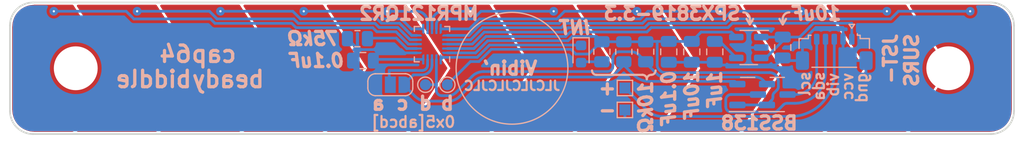
<source format=kicad_pcb>
(kicad_pcb (version 20211014) (generator pcbnew)
  (layers (0 "F.Cu" signal) (31 "B.Cu" signal) (34 "B.Paste" user) (35 "F.Paste" user) (36 "B.SilkS" user "B.Silkscreen") (37 "F.SilkS" user "F.Silkscreen") (38 "B.Mask" user) (39 "F.Mask" user) (44 "Edge.Cuts" user))
  (net 0 "")
  (net 1 "VCC")
  (net 2 "GND")
  (net 3 "Net-(C2-Pad1)")
  (net 4 "+3V3")
  (net 5 "Net-(C5-Pad1)")
  (net 6 "VIB")
  (net 7 "SDA")
  (net 8 "SCL")
  (net 9 "Net-(R1-Pad1)")
  (net 10 "Net-(TP1-Pad1)")
  (net 11 "Net-(TP2-Pad1)")
  (net 12 "Net-(TP3-Pad1)")
  (net 13 "Net-(TP4-Pad1)")
  (net 14 "Net-(TP5-Pad1)")
  (net 15 "Net-(TP6-Pad1)")
  (net 16 "Net-(TP7-Pad1)")
  (net 17 "Net-(TP8-Pad1)")
  (net 18 "Net-(TP9-Pad1)")
  (net 19 "Net-(TP10-Pad1)")
  (net 20 "Net-(TP11-Pad1)")
  (net 21 "Net-(TP12-Pad1)")
  (net 22 "Net-(D1-Pad1)")
  (net 23 "Net-(J1-Pad4)")
  (net 24 "Net-(JP1-Pad2)")
  (net 25 "Net-(D1-Pad2)")
  (net 26 "Net-(J1-Pad5)")
  (footprint "MountingHole:MountingHole_4mm" (layer "F.Cu") (at 119.8 45)
    (fp_text reference "H2" hide)
    (fp_text value "MagnetHole" hide)
    (pad "" np_thru_hole circle (at 0 0) (size 4 4) (drill 4.2) (layers F&B.Cu *.Mask))
  )
  (footprint "cap_pads:CAPPADS_7.6x11.6_Chevron_1" (layer "F.Cu") (at 38.2 45)
    (fp_text reference "TP1" hide)
    (fp_text value "TestPoint_Alt")
    (pad "1" smd custom (at 0 0) (size 0.8 0.8) (layers "F.Cu") (net 10 "Net-(TP1-Pad1)") (options (clearance outline) (anchor rect)) (primitives (gr_poly (pts (xy -1.8 -5.7) (xy 1.7 -5.7) (xy 5.4 0) (xy 1.7 5.7) (xy -1.8 5.7) (xy -3.7 3.8) (xy -3.7 -3.8)) (width 0.2) (fill yes)) (gr_circle (center -1.8 -3.8) (end 0.09 -3.8) (width 0.2) (fill yes)) (gr_circle (center -1.8 3.8) (end 0.09 3.8) (width 0.2) (fill yes))))
    (pad "1" thru_hole circle (at 0 -5.2) (size 0.8 0.8) (drill 0.2) (layers *.Cu) (net 10 "Net-(TP1-Pad1)"))
  )
  (footprint "cap_pads:CAPPADS_7.6x11.6_Chevron_2" (layer "F.Cu") (at 61 45)
    (fp_text reference "TP4" hide)
    (fp_text value "TestPoint_Alt")
    (pad "1" thru_hole circle (at 0 -5.2) (size 0.8 0.8) (drill 0.2) (layers *.Cu) (net 13 "Net-(TP4-Pad1)"))
    (pad "1" smd custom (at 0 0) (size 0.8 0.8) (layers "F.Cu") (net 13 "Net-(TP4-Pad1)") (options (clearance outline) (anchor rect)) (primitives (gr_poly (pts (xy -5.4 -5.7) (xy 1.7 -5.7) (xy 5.4 0) (xy 1.7 5.7) (xy -5.4 5.7) (xy -1.7 0)) (width 0.2) (fill yes))))
  )
  (footprint "cap_pads:CAPPADS_7.6x11.6_Chevron_2" (layer "F.Cu") (at 114.2 45)
    (fp_text reference "TP11" hide)
    (fp_text value "TestPoint_Alt")
    (pad "1" thru_hole circle (at 0 -5.2) (size 0.8 0.8) (drill 0.2) (layers *.Cu) (net 20 "Net-(TP11-Pad1)"))
    (pad "1" smd custom (at 0 0) (size 0.8 0.8) (layers "F.Cu") (net 20 "Net-(TP11-Pad1)") (options (clearance outline) (anchor rect)) (primitives (gr_poly (pts (xy -5.4 -5.7) (xy 1.7 -5.7) (xy 5.4 0) (xy 1.7 5.7) (xy -5.4 5.7) (xy -1.7 0)) (width 0.2) (fill yes))))
  )
  (footprint "cap_pads:CAPPADS_7.6x11.6_Chevron_2" (layer "F.Cu") (at 83.8 45)
    (fp_text reference "TP7" hide)
    (fp_text value "TestPoint_Alt")
    (pad "1" smd custom (at 0 0) (size 0.8 0.8) (layers "F.Cu") (net 16 "Net-(TP7-Pad1)") (options (clearance outline) (anchor rect)) (primitives (gr_poly (pts (xy -5.4 -5.7) (xy 1.7 -5.7) (xy 5.4 0) (xy 1.7 5.7) (xy -5.4 5.7) (xy -1.7 0)) (width 0.2) (fill yes))))
    (pad "1" thru_hole circle (at 0 -5.2) (size 0.8 0.8) (drill 0.2) (layers *.Cu) (net 16 "Net-(TP7-Pad1)"))
  )
  (footprint "MountingHole:MountingHole_4mm" (layer "F.Cu") (at 40.2 45)
    (fp_text reference "H1" hide)
    (fp_text value "MagnetHole")
    (pad "" np_thru_hole circle (at 0 0) (size 4 4) (drill 4.2) (layers F&B.Cu *.Mask))
  )
  (footprint "cap_pads:CAPPADS_7.6x11.6_Chevron_2" (layer "F.Cu") (at 68.6 45)
    (fp_text reference "TP5" hide)
    (fp_text value "TestPoint_Alt")
    (pad "1" thru_hole circle (at 0 -5.2) (size 0.8 0.8) (drill 0.2) (layers *.Cu) (net 14 "Net-(TP5-Pad1)"))
    (pad "1" smd custom (at 0 0) (size 0.8 0.8) (layers "F.Cu") (net 14 "Net-(TP5-Pad1)") (options (clearance outline) (anchor rect)) (primitives (gr_poly (pts (xy -5.4 -5.7) (xy 1.7 -5.7) (xy 5.4 0) (xy 1.7 5.7) (xy -5.4 5.7) (xy -1.7 0)) (width 0.2) (fill yes))))
  )
  (footprint "cap_pads:CAPPADS_7.6x11.6_Chevron_2" (layer "F.Cu") (at 76.2 45)
    (fp_text reference "TP6" hide)
    (fp_text value "TestPoint_Alt")
    (pad "1" thru_hole circle (at 0 -5.2) (size 0.8 0.8) (drill 0.2) (layers *.Cu) (net 15 "Net-(TP6-Pad1)"))
    (pad "1" smd custom (at 0 0) (size 0.8 0.8) (layers "F.Cu") (net 15 "Net-(TP6-Pad1)") (options (clearance outline) (anchor rect)) (primitives (gr_poly (pts (xy -5.4 -5.7) (xy 1.7 -5.7) (xy 5.4 0) (xy 1.7 5.7) (xy -5.4 5.7) (xy -1.7 0)) (width 0.2) (fill yes))))
  )
  (footprint "cap_pads:CAPPADS_7.6x11.6_Chevron_2" (layer "F.Cu") (at 99 45)
    (fp_text reference "TP9" hide)
    (fp_text value "TestPoint_Alt")
    (pad "1" smd custom (at 0 0) (size 0.8 0.8) (layers "F.Cu") (net 18 "Net-(TP9-Pad1)") (options (clearance outline) (anchor rect)) (primitives (gr_poly (pts (xy -5.4 -5.7) (xy 1.7 -5.7) (xy 5.4 0) (xy 1.7 5.7) (xy -5.4 5.7) (xy -1.7 0)) (width 0.2) (fill yes))))
    (pad "1" thru_hole circle (at 0 -5.2) (size 0.8 0.8) (drill 0.2) (layers *.Cu) (net 18 "Net-(TP9-Pad1)"))
  )
  (footprint "cap_pads:CAPPADS_7.6x11.6_Chevron_2" (layer "F.Cu") (at 91.4 45)
    (fp_text reference "TP8" hide)
    (fp_text value "TestPoint_Alt")
    (pad "1" smd custom (at 0 0) (size 0.8 0.8) (layers "F.Cu") (net 17 "Net-(TP8-Pad1)") (options (clearance outline) (anchor rect)) (primitives (gr_poly (pts (xy -5.4 -5.7) (xy 1.7 -5.7) (xy 5.4 0) (xy 1.7 5.7) (xy -5.4 5.7) (xy -1.7 0)) (width 0.2) (fill yes))))
    (pad "1" thru_hole circle (at 0 -5.2) (size 0.8 0.8) (drill 0.2) (layers *.Cu) (net 17 "Net-(TP8-Pad1)"))
  )
  (footprint "cap_pads:CAPPADS_7.6x11.6_Chevron_2" (layer "F.Cu") (at 53.4 45)
    (fp_text reference "TP3" hide)
    (fp_text value "TestPoint_Alt")
    (pad "1" smd custom (at 0 0) (size 0.8 0.8) (layers "F.Cu") (net 12 "Net-(TP3-Pad1)") (options (clearance outline) (anchor rect)) (primitives (gr_poly (pts (xy -5.4 -5.7) (xy 1.7 -5.7) (xy 5.4 0) (xy 1.7 5.7) (xy -5.4 5.7) (xy -1.7 0)) (width 0.2) (fill yes))))
    (pad "1" thru_hole circle (at 0 -5.2) (size 0.8 0.8) (drill 0.2) (layers *.Cu) (net 12 "Net-(TP3-Pad1)"))
  )
  (footprint "cap_pads:CAPPADS_7.6x11.6_Chevron_3" (layer "F.Cu") (at 121.8 45)
    (fp_text reference "TP12" hide)
    (fp_text value "TestPoint_Alt")
    (pad "1" smd custom (at 0 0) (size 0.8 0.8) (layers "F.Cu") (net 21 "Net-(TP12-Pad1)") (options (clearance outline) (anchor rect)) (primitives (gr_poly (pts (xy -5.4 -5.7) (xy 1.8 -5.7) (xy 3.7 -3.8) (xy 3.7 3.8) (xy 1.8 5.7) (xy -5.4 5.7) (xy -1.7 0)) (width 0.2) (fill yes)) (gr_circle (center 1.8 3.8) (end 3.69 3.8) (width 0.2) (fill yes)) (gr_circle (center 1.8 -3.8) (end 3.69 -3.8) (width 0.2) (fill yes))))
    (pad "1" thru_hole circle (at 0 -5.2) (size 0.8 0.8) (drill 0.2) (layers *.Cu) (net 21 "Net-(TP12-Pad1)"))
  )
  (footprint "cap_pads:CAPPADS_7.6x11.6_Chevron_2" (layer "F.Cu") (at 45.8 45)
    (fp_text reference "TP2" hide)
    (fp_text value "TestPoint_Alt")
    (pad "1" smd custom (at 0 0) (size 0.8 0.8) (layers "F.Cu") (net 11 "Net-(TP2-Pad1)") (options (clearance outline) (anchor rect)) (primitives (gr_poly (pts (xy -5.4 -5.7) (xy 1.7 -5.7) (xy 5.4 0) (xy 1.7 5.7) (xy -5.4 5.7) (xy -1.7 0)) (width 0.2) (fill yes))))
    (pad "1" thru_hole circle (at 0 -5.2) (size 0.8 0.8) (drill 0.2) (layers *.Cu) (net 11 "Net-(TP2-Pad1)"))
  )
  (footprint "cap_pads:CAPPADS_7.6x11.6_Chevron_2" (layer "F.Cu") (at 106.6 45)
    (fp_text reference "TP10" hide)
    (fp_text value "TestPoint_Alt")
    (pad "1" thru_hole circle (at -0.2 -5.2) (size 0.8 0.8) (drill 0.2) (layers *.Cu) (net 19 "Net-(TP10-Pad1)"))
    (pad "1" smd custom (at 0 0) (size 0.8 0.8) (layers "F.Cu") (net 19 "Net-(TP10-Pad1)") (options (clearance outline) (anchor rect)) (primitives (gr_poly (pts (xy -5.4 -5.7) (xy 1.7 -5.7) (xy 5.4 0) (xy 1.7 5.7) (xy -5.4 5.7) (xy -1.7 0)) (width 0.2) (fill yes))))
  )
  (footprint "TestPoint:TestPoint_Pad_D1.0mm" (layer "B.Cu") (at 74.1 46.5 180)
    (fp_text reference "TP13" hide)
    (fp_text value "b" (at 0 -1.7) (layer "B.SilkS") (effects (font (size 1.2 1.2) (thickness 0.3)) (justify mirror)))
    (pad "1" smd circle (at 0 0 180) (size 1 1) (layers "B.Cu" "B.Mask") (net 4 "+3V3"))
  )
  (footprint "TestPoint:TestPoint_Pad_1.0x1.0mm" (layer "B.Cu") (at 90.3 48.8 180)
    (fp_text reference "TP16" hide)
    (fp_text value "-" (at 1.6 0) (layer "B.SilkS") (effects (font (size 1.2 1.2) (thickness 0.3)) (justify mirror)))
    (pad "1" smd rect (at 0 0 180) (size 1 1) (layers "B.Cu" "B.Mask") (net 2 "GND"))
  )
  (footprint "Resistor_SMD:R_0805_2012Metric" (layer "B.Cu") (at 90.2 43.494277 -90)
    (fp_text reference "R3")
    (fp_text value "10kΩ" hide)
    (pad "1" smd roundrect (at -0.9125 0 270) (size 1.025 1.4) (layers "B.Cu" "B.Paste" "B.Mask") (roundrect_rratio 0.243902) (net 4 "+3V3"))
    (pad "2" smd roundrect (at 0.9125 0 270) (size 1.025 1.4) (layers "B.Cu" "B.Paste" "B.Mask") (roundrect_rratio 0.243902) (net 7 "SDA"))
  )
  (footprint "Capacitor_SMD:C_0805_2012Metric" (layer "B.Cu") (at 94.3 43.5 -90)
    (fp_text reference "C4")
    (fp_text value "0.1uF" (at 4.194277 0 90) (layer "B.SilkS") (effects (font (size 1.2 1.2) (thickness 0.3) italic) (justify mirror)))
    (pad "1" smd roundrect (at -0.95 0 270) (size 1 1.45) (layers "B.Cu" "B.Paste" "B.Mask") (net 4 "+3V3"))
    (pad "2" smd roundrect (at 0.95 0 270) (size 1 1.45) (layers "B.Cu" "B.Paste" "B.Mask") (net 2 "GND"))
  )
  (footprint "Capacitor_SMD:C_0805_2012Metric" (layer "B.Cu") (at 66.4 44.3 180)
    (fp_text reference "C5")
    (fp_text value "0.1uF" (at 4.2 0) (layer "B.SilkS") (effects (font (size 1.2 1.2) (thickness 0.3) italic) (justify mirror)))
    (pad "1" smd roundrect (at -0.95 0 180) (size 1 1.45) (layers "B.Cu" "B.Paste" "B.Mask") (net 5 "Net-(C5-Pad1)"))
    (pad "2" smd roundrect (at 0.95 0 180) (size 1 1.45) (layers "B.Cu" "B.Paste" "B.Mask") (net 2 "GND"))
  )
  (footprint "Package_DFN_QFN:UQFN-20_3x3mm_P0.4mm" (layer "B.Cu") (at 72.7 42.8 90)
    (fp_text reference "U1")
    (fp_text value "MPR121QR2" (at 2.8 -1.2) (layer "B.SilkS") (effects (font (size 1.2 1.2) (thickness 0.3)) (justify mirror)))
    (pad "1" smd custom (at -1.3875 0.8 90) (size 0.115147 0.115147) (layers "B.Cu" "B.Paste" "B.Mask") (net 22 "Net-(D1-Pad1)") (options (clearance outline) (anchor circle)) (primitives (gr_poly (pts (xy 0.4225 -0.036569) (xy 0.4225 -0.06) (xy -0.4225 -0.06) (xy -0.4225 0.06) (xy 0.325931 0.06)) (width 0.08) (fill yes))))
    (pad "2" smd roundrect (at -1.3875 0.4 90) (size 0.925 0.2) (layers "B.Cu" "B.Paste" "B.Mask") (net 8 "SCL"))
    (pad "3" smd roundrect (at -1.3875 0 90) (size 0.925 0.2) (layers "B.Cu" "B.Paste" "B.Mask") (net 7 "SDA"))
    (pad "4" smd roundrect (at -1.3875 -0.4 90) (size 0.925 0.2) (layers "B.Cu" "B.Paste" "B.Mask") (net 24 "Net-(JP1-Pad2)"))
    (pad "5" smd custom (at -1.3875 -0.8 90) (size 0.115147 0.115147) (layers "B.Cu" "B.Paste" "B.Mask") (net 5 "Net-(C5-Pad1)") (options (clearance outline) (anchor circle)) (primitives (gr_poly (pts (xy 0.4225 0.036569) (xy 0.325931 -0.06) (xy -0.4225 -0.06) (xy -0.4225 0.06) (xy 0.4225 0.06)) (width 0.08) (fill yes))))
    (pad "6" smd custom (at -0.8 -1.3875 90) (size 0.115147 0.115147) (layers "B.Cu" "B.Paste" "B.Mask") (net 2 "GND") (options (clearance outline) (anchor circle)) (primitives (gr_poly (pts (xy 0.06 -0.4225) (xy -0.06 -0.4225) (xy -0.06 0.325931) (xy 0.036569 0.4225) (xy 0.06 0.4225)) (width 0.08) (fill yes))))
    (pad "7" smd roundrect (at -0.4 -1.3875 90) (size 0.2 0.925) (layers "B.Cu" "B.Paste" "B.Mask") (net 9 "Net-(R1-Pad1)"))
    (pad "8" smd roundrect (at 0 -1.3875 90) (size 0.2 0.925) (layers "B.Cu" "B.Paste" "B.Mask") (net 10 "Net-(TP1-Pad1)"))
    (pad "9" smd roundrect (at 0.4 -1.3875 90) (size 0.2 0.925) (layers "B.Cu" "B.Paste" "B.Mask") (net 11 "Net-(TP2-Pad1)"))
    (pad "10" smd custom (at 0.8 -1.3875 90) (size 0.115147 0.115147) (layers "B.Cu" "B.Paste" "B.Mask") (net 12 "Net-(TP3-Pad1)") (options (clearance outline) (anchor circle)) (primitives (gr_poly (pts (xy 0.06 0.325931) (xy 0.06 -0.4225) (xy -0.06 -0.4225) (xy -0.06 0.4225) (xy -0.036569 0.4225)) (width 0.08) (fill yes))))
    (pad "11" smd custom (at 1.3875 -0.8 90) (size 0.115147 0.115147) (layers "B.Cu" "B.Paste" "B.Mask") (net 13 "Net-(TP4-Pad1)") (options (clearance outline) (anchor circle)) (primitives (gr_poly (pts (xy 0.4225 -0.06) (xy -0.325931 -0.06) (xy -0.4225 0.036569) (xy -0.4225 0.06) (xy 0.4225 0.06)) (width 0.08) (fill yes))))
    (pad "12" smd roundrect (at 1.3875 -0.4 90) (size 0.925 0.2) (layers "B.Cu" "B.Paste" "B.Mask") (net 14 "Net-(TP5-Pad1)"))
    (pad "13" smd roundrect (at 1.3875 0 90) (size 0.925 0.2) (layers "B.Cu" "B.Paste" "B.Mask") (net 15 "Net-(TP6-Pad1)"))
    (pad "14" smd roundrect (at 1.3875 0.4 90) (size 0.925 0.2) (layers "B.Cu" "B.Paste" "B.Mask") (net 16 "Net-(TP7-Pad1)"))
    (pad "15" smd custom (at 1.3875 0.8 90) (size 0.115147 0.115147) (layers "B.Cu" "B.Paste" "B.Mask") (net 17 "Net-(TP8-Pad1)") (options (clearance outline) (anchor circle)) (primitives (gr_poly (pts (xy 0.4225 -0.06) (xy -0.4225 -0.06) (xy -0.4225 -0.036569) (xy -0.325931 0.06) (xy 0.4225 0.06)) (width 0.08) (fill yes))))
    (pad "16" smd custom (at 0.8 1.3875 90) (size 0.115147 0.115147) (layers "B.Cu" "B.Paste" "B.Mask") (net 18 "Net-(TP9-Pad1)") (options (clearance outline) (anchor circle)) (primitives (gr_poly (pts (xy 0.06 -0.325931) (xy -0.036569 -0.4225) (xy -0.06 -0.4225) (xy -0.06 0.4225) (xy 0.06 0.4225)) (width 0.08) (fill yes))))
    (pad "17" smd roundrect (at 0.4 1.3875 90) (size 0.2 0.925) (layers "B.Cu" "B.Paste" "B.Mask") (net 19 "Net-(TP10-Pad1)"))
    (pad "18" smd roundrect (at 0 1.3875 90) (size 0.2 0.925) (layers "B.Cu" "B.Paste" "B.Mask") (net 20 "Net-(TP11-Pad1)"))
    (pad "19" smd roundrect (at -0.4 1.3875 90) (size 0.2 0.925) (layers "B.Cu" "B.Paste" "B.Mask") (net 21 "Net-(TP12-Pad1)"))
    (pad "20" smd custom (at -0.8 1.3875 90) (size 0.115147 0.115147) (layers "B.Cu" "B.Paste" "B.Mask") (net 4 "+3V3") (options (clearance outline) (anchor circle)) (primitives (gr_poly (pts (xy 0.06 -0.4225) (xy 0.036569 -0.4225) (xy -0.06 -0.325931) (xy -0.06 0.4225) (xy 0.06 0.4225)) (width 0.08) (fill yes))))
  )
  (footprint "Package_TO_SOT_SMD:SOT-23" (layer "B.Cu") (at 101.5 47.394277)
    (fp_text reference "Q1")
    (fp_text value "BSS138" hide)
    (pad "1" smd roundrect (at -0.9375 0.95) (size 1.475 0.6) (layers "B.Cu" "B.Paste" "B.Mask") (net 4 "+3V3"))
    (pad "2" smd roundrect (at -0.9375 -0.95) (size 1.475 0.6) (layers "B.Cu" "B.Paste" "B.Mask") (net 7 "SDA"))
    (pad "3" smd roundrect (at 0.9375 0) (size 1.475 0.6) (layers "B.Cu" "B.Paste" "B.Mask") (net 23 "Net-(J1-Pad4)"))
  )
  (footprint "Package_TO_SOT_SMD:SOT-23-5" (layer "B.Cu") (at 101.6 43.105723 180)
    (fp_text reference "U2")
    (fp_text value "SPX3819-3.3" (at 7 3.105723) (layer "B.SilkS") (effects (font (size 1.2 1.2) (thickness 0.3)) (justify mirror)))
    (pad "1" smd roundrect (at -1.1375 0.95 180) (size 1.325 0.6) (layers "B.Cu" "B.Paste" "B.Mask") (net 1 "VCC"))
    (pad "2" smd roundrect (at -1.1375 0 180) (size 1.325 0.6) (layers "B.Cu" "B.Paste" "B.Mask") (net 2 "GND"))
    (pad "3" smd roundrect (at -1.1375 -0.95 180) (size 1.325 0.6) (layers "B.Cu" "B.Paste" "B.Mask") (net 1 "VCC"))
    (pad "4" smd roundrect (at 1.1375 -0.95 180) (size 1.325 0.6) (layers "B.Cu" "B.Paste" "B.Mask") (net 3 "Net-(C2-Pad1)"))
    (pad "5" smd roundrect (at 1.1375 0.95 180) (size 1.325 0.6) (layers "B.Cu" "B.Paste" "B.Mask") (net 4 "+3V3"))
  )
  (footprint "Capacitor_SMD:C_0805_2012Metric" (layer "B.Cu") (at 98.5 43.5 -90)
    (fp_text reference "C2")
    (fp_text value "1uF" (at 3.394277 0 90) (layer "B.SilkS") (effects (font (size 1.2 1.2) (thickness 0.3) italic) (justify mirror)))
    (pad "1" smd roundrect (at -0.95 0 270) (size 1 1.45) (layers "B.Cu" "B.Paste" "B.Mask") (net 3 "Net-(C2-Pad1)"))
    (pad "2" smd roundrect (at 0.95 0 270) (size 1 1.45) (layers "B.Cu" "B.Paste" "B.Mask") (net 2 "GND"))
  )
  (footprint "Jumper:SolderJumper-3_P1.3mm_Open_RoundedPad1.0x1.5mm_NumberLabels" (layer "B.Cu") (at 68.9 46.5)
    (fp_text reference "JP1")
    (fp_text value "SolderJumper_3_Open")
    (fp_text user "c" (at 1.1 1.7 180) (layer "B.SilkS") (effects (font (size 1.2 1.2) (thickness 0.3)) (justify mirror)))
    (fp_text user "a" (at -1.1 1.7 180) (layer "B.SilkS") (effects (font (size 1.2 1.2) (thickness 0.3)) (justify mirror)))
    (pad "1" smd custom (at -1.3 0) (size 1 0.5) (layers "B.Cu" "B.Mask") (net 2 "GND") (options (clearance outline) (anchor rect)) (primitives (gr_circle (center 0 -0.25) (end 0.5 -0.25) (width 0) (fill yes)) (gr_circle (center 0 0.25) (end 0.5 0.25) (width 0) (fill yes)) (gr_poly (pts (xy 0.55 -0.75) (xy 0 -0.75) (xy 0 0.75) (xy 0.55 0.75)) (width 0) (fill yes))))
    (pad "2" smd rect (at 0 0) (size 1 1.5) (layers "B.Cu" "B.Mask") (net 24 "Net-(JP1-Pad2)"))
    (pad "3" smd custom (at 1.3 0) (size 1 0.5) (layers "B.Cu" "B.Mask") (net 7 "SDA") (options (clearance outline) (anchor rect)) (primitives (gr_circle (center 0 -0.25) (end 0.5 -0.25) (width 0) (fill yes)) (gr_circle (center 0 0.25) (end 0.5 0.25) (width 0) (fill yes)) (gr_poly (pts (xy 0 -0.75) (xy -0.55 -0.75) (xy -0.55 0.75) (xy 0 0.75)) (width 0) (fill yes))))
  )
  (footprint "coinERM:VC1018B001L" (layer "B.Cu") (at 80 45 -20)
    (fp_text reference "M1" hide)
    (fp_text value "Coin_Motor" hide)
  )
  (footprint "Resistor_SMD:R_0805_2012Metric" (layer "B.Cu") (at 88.2 43.494277 -90)
    (fp_text reference "R4")
    (fp_text value "10kΩ" hide)
    (pad "1" smd roundrect (at -0.9125 0 270) (size 1.025 1.4) (layers "B.Cu" "B.Paste" "B.Mask") (roundrect_rratio 0.243902) (net 4 "+3V3"))
    (pad "2" smd roundrect (at 0.9125 0 270) (size 1.025 1.4) (layers "B.Cu" "B.Paste" "B.Mask") (roundrect_rratio 0.243902) (net 25 "Net-(D1-Pad2)"))
  )
  (footprint "Resistor_SMD:R_0805_2012Metric" (layer "B.Cu") (at 65.9 42.3 180)
    (fp_text reference "R1")
    (fp_text value "75kΩ" (at 4 0) (layer "B.SilkS") (effects (font (size 1.2 1.2) (thickness 0.3) italic) (justify mirror)))
    (pad "1" smd roundrect (at -0.9125 0 180) (size 1.025 1.4) (layers "B.Cu" "B.Paste" "B.Mask") (roundrect_rratio 0.243902) (net 9 "Net-(R1-Pad1)"))
    (pad "2" smd roundrect (at 0.9125 0 180) (size 1.025 1.4) (layers "B.Cu" "B.Paste" "B.Mask") (roundrect_rratio 0.243902) (net 2 "GND"))
  )
  (footprint "TestPoint:TestPoint_Pad_D1.0mm" (layer "B.Cu") (at 72.1 46.5 180)
    (fp_text reference "TP14" hide)
    (fp_text value "d" (at 0 -1.7) (layer "B.SilkS") (effects (font (size 1.2 1.2) (thickness 0.3)) (justify mirror)))
    (pad "1" smd circle (at 0 0 180) (size 1 1) (layers "B.Cu" "B.Mask") (net 8 "SCL"))
  )
  (footprint "Package_TO_SOT_SMD:SOT-23" (layer "B.Cu") (at 104.200001 47.394277)
    (fp_text reference "Q2")
    (fp_text value "BSS138" (at -1.650001 2.605723) (layer "B.SilkS") (effects (font (size 1.2 1.2) (thickness 0.3)) (justify mirror)))
    (pad "1" smd roundrect (at -0.9375 0.95) (size 1.475 0.6) (layers "B.Cu" "B.Paste" "B.Mask") (net 4 "+3V3"))
    (pad "2" smd roundrect (at -0.9375 -0.95) (size 1.475 0.6) (layers "B.Cu" "B.Paste" "B.Mask") (net 8 "SCL"))
    (pad "3" smd roundrect (at 0.9375 0) (size 1.475 0.6) (layers "B.Cu" "B.Paste" "B.Mask") (net 26 "Net-(J1-Pad5)"))
  )
  (footprint "Resistor_SMD:R_0805_2012Metric" (layer "B.Cu") (at 92.2 43.494277 -90)
    (fp_text reference "R2")
    (fp_text value "10kΩ" (at 5.005723 0 90) (layer "B.SilkS") (effects (font (size 1.2 1.2) (thickness 0.3) italic) (justify mirror)))
    (pad "1" smd roundrect (at -0.9125 0 270) (size 1.025 1.4) (layers "B.Cu" "B.Paste" "B.Mask") (roundrect_rratio 0.243902) (net 4 "+3V3"))
    (pad "2" smd roundrect (at 0.9125 0 270) (size 1.025 1.4) (layers "B.Cu" "B.Paste" "B.Mask") (roundrect_rratio 0.243902) (net 8 "SCL"))
  )
  (footprint "LED_SMD:LED_0603_1608Metric" (layer "B.Cu") (at 86.3 43.7 -90)
    (fp_text reference "D1" hide)
    (fp_text value "INT" (at -2.4 0.5 -180) (layer "B.SilkS") (effects (font (size 1.2 1.2) (thickness 0.3) italic) (justify mirror)))
    (pad "1" smd roundrect (at -0.7875 0 270) (size 0.875 0.95) (layers "B.Cu" "B.Paste" "B.Mask") (net 22 "Net-(D1-Pad1)"))
    (pad "2" smd roundrect (at 0.7875 0 270) (size 0.875 0.95) (layers "B.Cu" "B.Paste" "B.Mask") (net 25 "Net-(D1-Pad2)"))
  )
  (footprint "Capacitor_SMD:C_0805_2012Metric" (layer "B.Cu") (at 104.7 43.105723 -90)
    (fp_text reference "C1")
    (fp_text value "10uF" (at -3.105723 -3.1) (layer "B.SilkS") (effects (font (size 1.2 1.2) (thickness 0.3) italic) (justify mirror)))
    (pad "1" smd roundrect (at -0.95 0 270) (size 1 1.45) (layers "B.Cu" "B.Paste" "B.Mask") (net 1 "VCC"))
    (pad "2" smd roundrect (at 0.95 0 270) (size 1 1.45) (layers "B.Cu" "B.Paste" "B.Mask") (net 2 "GND"))
  )
  (footprint "TestPoint:TestPoint_Pad_1.0x1.0mm" (layer "B.Cu") (at 90.3 46.8 180)
    (fp_text reference "TP15" hide)
    (fp_text value "+" (at 1.6 0) (layer "B.SilkS") (effects (font (size 1.2 1.2) (thickness 0.3)) (justify mirror)))
    (pad "1" smd rect (at 0 0 180) (size 1 1) (layers "B.Cu" "B.Mask") (net 6 "VIB"))
  )
  (footprint "Capacitor_SMD:C_0805_2012Metric" (layer "B.Cu") (at 96.4 43.5 -90)
    (fp_text reference "C3")
    (fp_text value "10uF" (at 3.894277 0 90) (layer "B.SilkS") (effects (font (size 1.2 1.2) (thickness 0.3) italic) (justify mirror)))
    (pad "1" smd roundrect (at -0.95 0 270) (size 1 1.45) (layers "B.Cu" "B.Paste" "B.Mask") (net 4 "+3V3"))
    (pad "2" smd roundrect (at 0.95 0 270) (size 1 1.45) (layers "B.Cu" "B.Paste" "B.Mask") (net 2 "GND"))
  )
  (footprint "Connector_JST:JST_SUR_SM05B-SURS-TF_1x05-1MP_P0.80mm_Horizontal" (layer "B.Cu") (at 109.4 43.5 180)
    (fp_text reference "J1" hide)
    (fp_text value "SM04B_SURS_TF" hide)
    (pad "1" smd roundrect (at -1.6 1.15 180) (size 0.5 1) (layers "B.Cu" "B.Paste" "B.Mask") (net 1 "VCC"))
    (pad "2" smd roundrect (at -0.8 1.15 180) (size 0.5 1) (layers "B.Cu" "B.Paste" "B.Mask") (net 2 "GND"))
    (pad "3" smd roundrect (at 0 1.15 180) (size 0.5 1) (layers "B.Cu" "B.Paste" "B.Mask") (net 6 "VIB"))
    (pad "4" smd roundrect (at 0.8 1.15 180) (size 0.5 1) (layers "B.Cu" "B.Paste" "B.Mask") (net 23 "Net-(J1-Pad4)"))
    (pad "5" smd roundrect (at 1.6 1.15 180) (size 0.5 1) (layers "B.Cu" "B.Paste" "B.Mask") (net 26 "Net-(J1-Pad5)"))
    (pad "MP" smd roundrect (at 2.9 -0.8 180) (size 1.2 1.7) (layers "B.Cu" "B.Paste" "B.Mask") (roundrect_rratio 0.208333) (net 2 "GND"))
    (pad "MP" smd roundrect (at -2.9 -0.8 180) (size 1.2 1.7) (layers "B.Cu" "B.Paste" "B.Mask") (roundrect_rratio 0.208333) (net 2 "GND"))
  )
  (gr_arc (start 101.1 39.9) (mid 101.524264 40.075736) (end 101.7 40.5) (layer "B.SilkS") (width 0.2))
  (gr_line (start 104.4 40.5) (end 104.7 41) (layer "B.SilkS") (width 0.2))
  (gr_line (start 87.7 45.6) (end 91.9 45.6) (layer "B.SilkS") (width 0.2))
  (gr_arc (start 93.1 45.2) (mid 92.982843 45.482843) (end 92.7 45.6) (layer "B.SilkS") (width 0.2))
  (gr_arc (start 91.9 45.6) (mid 92.182843 45.717157) (end 92.3 46) (layer "B.SilkS") (width 0.2))
  (gr_line (start 101.7 41) (end 101.7 40.5) (layer "B.SilkS") (width 0.2))
  (gr_arc (start 104.7 40.5) (mid 104.875736 40.075736) (end 105.3 39.9) (layer "B.SilkS") (width 0.2))
  (gr_line (start 102 40.5) (end 101.7 41) (layer "B.SilkS") (width 0.2))
  (gr_arc (start 92.3 46) (mid 92.417157 45.717157) (end 92.7 45.6) (layer "B.SilkS") (width 0.2))
  (gr_arc (start 87.7 45.6) (mid 87.417157 45.482843) (end 87.3 45.2) (layer "B.SilkS") (width 0.2))
  (gr_line (start 101.4 40.5) (end 101.7 41) (layer "B.SilkS") (width 0.2))
  (gr_line (start 105 40.5) (end 104.7 41) (layer "B.SilkS") (width 0.2))
  (gr_line (start 104.7 41) (end 104.7 40.5) (layer "B.SilkS") (width 0.2))
  (gr_line (start 36.3 51) (end 123.7 51) (layer "Edge.Cuts") (width 0.15))
  (gr_arc (start 123.7 39) (mid 125.184924 39.615076) (end 125.8 41.1) (layer "Edge.Cuts") (width 0.15))
  (gr_line (start 34.2 41.1) (end 34.2 48.9) (layer "Edge.Cuts") (width 0.15))
  (gr_arc (start 125.8 48.9) (mid 125.184924 50.384924) (end 123.7 51) (layer "Edge.Cuts") (width 0.15))
  (gr_arc (start 34.2 41.1) (mid 34.815076 39.615076) (end 36.3 39) (layer "Edge.Cuts") (width 0.15))
  (gr_arc (start 36.3 51) (mid 34.815076 50.384924) (end 34.2 48.9) (layer "Edge.Cuts") (width 0.15))
  (gr_line (start 36.3 39) (end 123.7 39) (layer "Edge.Cuts") (width 0.15))
  (gr_line (start 125.8 48.9) (end 125.8 41.1) (layer "Edge.Cuts") (width 0.15))
  (gr_text "0x5[abcd]" (at 71 49.9) (layer "B.SilkS") (effects (font (size 1 1) (thickness 0.2)) (justify mirror)))
  (gr_text "gnd" (at 111.9 45.3 90) (layer "B.SilkS") (effects (font (size 1 1) (thickness 0.2)) (justify left mirror)))
  (gr_text "vcc" (at 110.6 45.3 90) (layer "B.SilkS") (effects (font (size 1 1) (thickness 0.2)) (justify left mirror)))
  (gr_text "cap" (at 52.8 43.7) (layer "B.SilkS") (effects (font (size 1.5 1.5) (thickness 0.3)) (justify mirror)))
  (gr_text "sda" (at 108 45.2 90) (layer "B.SilkS") (effects (font (size 1 1) (thickness 0.2)) (justify left mirror)))
  (gr_text "biddle" (at 47.3 45.999999) (layer "B.SilkS") (effects (font (size 1.5 1.5) (thickness 0.3)) (justify mirror)))
  (gr_text "scl" (at 106.7 45.2 90) (layer "B.SilkS") (effects (font (size 1 1) (thickness 0.2)) (justify left mirror)))
  (gr_text "JLCJLCJLCJLC" (at 80 46.6) (layer "B.SilkS") (effects (font (size 0.85 0.85) (thickness 0.2)) (justify mirror)))
  (gr_text "JST-\nSURS" (at 115.5 41.7 90) (layer "B.SilkS") (effects (font (size 1.2 1.2) (thickness 0.3)) (justify left mirror)))
  (gr_text "beady" (at 54.1 45.999999) (layer "B.SilkS") (effects (font (size 1.5 1.5) (thickness 0.3)) (justify mirror)))
  (gr_text "vib" (at 109.3 45.3 90) (layer "B.SilkS") (effects (font (size 1 1) (thickness 0.2)) (justify left mirror)))
  (gr_text "Vibin'" (at 79.8 45) (layer "B.SilkS") (effects (font (size 1.2 1.2) (thickness 0.3)) (justify mirror)))
  (gr_text "64" (at 49.3 43.7) (layer "B.SilkS") (effects (font (size 1.5 1.5) (thickness 0.3)) (justify mirror)))
  (segment (start 104.7 42.155723) (end 106.244277 42.155723) (width 0.25) (layer "B.Cu") (net 1))
  (segment (start 106.244277 42.155723) (end 107.51048 40.88952) (width 0.25) (layer "B.Cu") (net 1))
  (segment (start 111 40.88952) (end 111 42.35) (width 0.25) (layer "B.Cu") (net 1))
  (segment (start 103.15 44.055723) (end 102.7375 44.055723) (width 0.25) (layer "B.Cu") (net 1))
  (segment (start 104.7 42.155723) (end 104.7 42.505723) (width 0.25) (layer "B.Cu") (net 1))
  (segment (start 104.7 42.155723) (end 102.7375 42.155723) (width 0.25) (layer "B.Cu") (net 1))
  (segment (start 107.51048 40.88952) (end 111 40.88952) (width 0.25) (layer "B.Cu") (net 1))
  (segment (start 104.7 42.505723) (end 103.15 44.055723) (width 0.25) (layer "B.Cu") (net 1))
  (segment (start 104.7 44.055723) (end 104.05 44.705723) (width 0.25) (layer "B.Cu") (net 2))
  (segment (start 67.15 46.5) (end 65.45 44.8) (width 0.25) (layer "B.Cu") (net 2))
  (segment (start 110.2 42.35) (end 110.2 41.27904) (width 0.25) (layer "B.Cu") (net 2))
  (segment (start 101.6 44.705723) (end 98.755723 44.705723) (width 0.25) (layer "B.Cu") (net 2))
  (segment (start 106.5 44.3) (end 104.944277 44.3) (width 0.25) (layer "B.Cu") (net 2))
  (segment (start 67.5 46.979022) (end 67.5 46.5) (width 0.25) (layer "B.Cu") (net 2))
  (segment (start 98.5 44.45) (end 96.4 44.45) (width 0.25) (layer "B.Cu") (net 2))
  (segment (start 98.755723 44.705723) (end 98.5 44.45) (width 0.25) (layer "B.Cu") (net 2))
  (segment (start 112.3 44.3) (end 111.2 44.3) (width 0.25) (layer "B.Cu") (net 2))
  (segment (start 104.05 44.705723) (end 101.6 44.705723) (width 0.25) (layer "B.Cu") (net 2))
  (segment (start 96.4 44.45) (end 94.3 44.45) (width 0.25) (layer "B.Cu") (net 2))
  (segment (start 65.9875 43.3) (end 64.9875 42.3) (width 0.25) (layer "B.Cu") (net 2))
  (segment (start 110.2 41.27904) (end 107.72096 41.27904) (width 0.25) (layer "B.Cu") (net 2))
  (segment (start 65.45 44.3) (end 65.45 43.8375) (width 0.25) (layer "B.Cu") (net 2))
  (segment (start 65.45 43.8375) (end 65.9875 43.3) (width 0.25) (layer "B.Cu") (net 2))
  (segment (start 71.3125 43.6) (end 70.2 43.6) (width 0.25) (layer "B.Cu") (net 2))
  (segment (start 102.7375 43.105723) (end 101.6 43.105723) (width 0.25) (layer "B.Cu") (net 2))
  (segment (start 69.735192 49.214214) (end 67.5 46.979022) (width 0.25) (layer "B.Cu") (net 2))
  (segment (start 110.2 43.3) (end 110.2 42.35) (width 0.25) (layer "B.Cu") (net 2))
  (segment (start 90.3 49.8) (end 108.3 49.8) (width 0.25) (layer "B.Cu") (net 2))
  (segment (start 112.297666 45.996393) (end 112.297666 44.302334) (width 0.25) (layer "B.Cu") (net 2))
  (segment (start 104.944277 44.3) (end 104.7 44.055723) (width 0.25) (layer "B.Cu") (net 2))
  (segment (start 90.3 48.8) (end 90.3 49.8) (width 0.25) (layer "B.Cu") (net 2))
  (segment (start 106.5 42.5) (end 106.5 44.3) (width 0.25) (layer "B.Cu") (net 2))
  (segment (start 69.9 43.3) (end 65.9875 43.3) (width 0.25) (layer "B.Cu") (net 2))
  (segment (start 107.72096 41.27904) (end 106.5 42.5) (width 0.25) (layer "B.Cu") (net 2))
  (segment (start 90.3 49.8) (end 71.149405 49.8) (width 0.25) (layer "B.Cu") (net 2))
  (segment (start 70.2 43.6) (end 69.9 43.3) (width 0.25) (layer "B.Cu") (net 2))
  (segment (start 65.45 44.8) (end 65.45 44.3) (width 0.25) (layer "B.Cu") (net 2))
  (segment (start 112.297666 44.302334) (end 112.3 44.3) (width 0.25) (layer "B.Cu") (net 2))
  (segment (start 67.5 46.5) (end 67.15 46.5) (width 0.25) (layer "B.Cu") (net 2))
  (segment (start 101.6 44.705723) (end 101.6 43.105723) (width 0.25) (layer "B.Cu") (net 2))
  (arc (start 108.3 49.8) (mid 111.058162 48.696988) (end 112.297666 45.996393) (width 0.25) (layer "B.Cu") (net 2))
  (arc (start 111.2 44.3) (mid 110.492893 44.007107) (end 110.2 43.3) (width 0.25) (layer "B.Cu") (net 2))
  (arc (start 71.149405 49.8) (mid 70.384038 49.647759) (end 69.735192 49.214214) (width 0.25) (layer "B.Cu") (net 2))
  (segment (start 98.5 42.55) (end 98.956777 42.55) (width 0.25) (layer "B.Cu") (net 3))
  (segment (start 98.956777 42.55) (end 100.4625 44.055723) (width 0.25) (layer "B.Cu") (net 3))
  (segment (start 100.006777 41.7) (end 97.25 41.7) (width 0.25) (layer "B.Cu") (net 4))
  (segment (start 85.383087 43.26856) (end 78.108233 43.26856) (width 0.25) (layer "B.Cu") (net 4))
  (segment (start 104.3 46.689811) (end 104.3 46.194277) (width 0.25) (layer "B.Cu") (net 4))
  (segment (start 92.231777 42.55) (end 92.2 42.581777) (width 0.25) (layer "B.Cu") (net 4))
  (segment (start 76.987273 44.38952) (end 76.21048 44.38952) (width 0.25) (layer "B.Cu") (net 4))
  (segment (start 76.675065 43.6) (end 77.785545 42.48952) (width 0.25) (layer "B.Cu") (net 4))
  (segment (start 96.4 42.55) (end 94.3 42.55) (width 0.25) (layer "B.Cu") (net 4))
  (segment (start 76.21048 44.38952) (end 74.1 46.5) (width 0.25) (layer "B.Cu") (net 4))
  (segment (start 87.718223 42.1) (end 88.2 42.581777) (width 0.25) (layer "B.Cu") (net 4))
  (segment (start 93.518541 45.218541) (end 93.420013 45.120013) (width 0.25) (layer "B.Cu") (net 4))
  (segment (start 85.5 42.1) (end 87.718223 42.1) (width 0.25) (layer "B.Cu") (net 4))
  (segment (start 90.2 42.581777) (end 88.2 42.581777) (width 0.25) (layer "B.Cu") (net 4))
  (segment (start 85.814527 43.7) (end 85.383087 43.26856) (width 0.25) (layer "B.Cu") (net 4))
  (segment (start 103.5 45.394277) (end 93.942805 45.394277) (width 0.25) (layer "B.Cu") (net 4))
  (segment (start 93.244277 44.695749) (end 93.244277 42.55) (width 0.25) (layer "B.Cu") (net 4))
  (segment (start 88.118223 42.581777) (end 87 43.7) (width 0.25) (layer "B.Cu") (net 4))
  (segment (start 87 43.7) (end 85.814527 43.7) (width 0.25) (layer "B.Cu") (net 4))
  (segment (start 100.4625 42.155723) (end 100.006777 41.7) (width 0.25) (layer "B.Cu") (net 4))
  (segment (start 77.785545 42.48952) (end 85.11048 42.48952) (width 0.25) (layer "B.Cu") (net 4))
  (segment (start 103.8 47.641093) (end 103.8 47.521181) (width 0.25) (layer "B.Cu") (net 4))
  (segment (start 93.244277 42.55) (end 92.231777 42.55) (width 0.25) (layer "B.Cu") (net 4))
  (segment (start 88.2 42.581777) (end 88.118223 42.581777) (width 0.25) (layer "B.Cu") (net 4))
  (segment (start 92.2 42.581777) (end 90.2 42.581777) (width 0.25) (layer "B.Cu") (net 4))
  (segment (start 103.262501 48.344277) (end 103.682843 47.923935) (width 0.25) (layer "B.Cu") (net 4))
  (segment (start 78.108233 43.26856) (end 76.987273 44.38952) (width 0.25) (layer "B.Cu") (net 4))
  (segment (start 97.25 41.7) (end 96.4 42.55) (width 0.25) (layer "B.Cu") (net 4))
  (segment (start 94.3 42.55) (end 93.244277 42.55) (width 0.25) (layer "B.Cu") (net 4))
  (segment (start 74.0875 43.6) (end 76.675065 43.6) (width 0.25) (layer "B.Cu") (net 4))
  (segment (start 103.262501 48.344277) (end 100.5625 48.344277) (width 0.25) (layer "B.Cu") (net 4))
  (segment (start 103.917158 47.238338) (end 104.182843 46.972653) (width 0.25) (layer "B.Cu") (net 4))
  (segment (start 85.11048 42.48952) (end 85.5 42.1) (width 0.25) (layer "B.Cu") (net 4))
  (arc (start 104.182843 46.972653) (mid 104.269552 46.842884) (end 104.3 46.689811) (width 0.25) (layer "B.Cu") (net 4))
  (arc (start 93.518541 45.218541) (mid 93.713195 45.348605) (end 93.942805 45.394277) (width 0.25) (layer "B.Cu") (net 4))
  (arc (start 93.420013 45.120013) (mid 93.289949 44.925359) (end 93.244277 44.695749) (width 0.25) (layer "B.Cu") (net 4))
  (arc (start 104.3 46.194277) (mid 104.065685 45.628592) (end 103.5 45.394277) (width 0.25) (layer "B.Cu") (net 4))
  (arc (start 103.682843 47.923935) (mid 103.769552 47.794166) (end 103.8 47.641093) (width 0.25) (layer "B.Cu") (net 4))
  (arc (start 103.8 47.521181) (mid 103.830448 47.368107) (end 103.917158 47.238338) (width 0.25) (layer "B.Cu") (net 4))
  (segment (start 71.9 44.1875) (end 67.4625 44.1875) (width 0.25) (layer "B.Cu") (net 5))
  (segment (start 67.4625 44.1875) (end 67.35 44.3) (width 0.25) (layer "B.Cu") (net 5))
  (segment (start 105.4 49.4) (end 93.728427 49.4) (width 0.25) (layer "B.Cu") (net 6))
  (segment (start 92.314213 48.814213) (end 90.3 46.8) (width 0.25) (layer "B.Cu") (net 6))
  (segment (start 109.4 42.35) (end 109.4 45.4) (width 0.25) (layer "B.Cu") (net 6))
  (arc (start 93.728427 49.4) (mid 92.96306 49.247759) (end 92.314213 48.814213) (width 0.25) (layer "B.Cu") (net 6))
  (arc (start 109.4 45.4) (mid 108.228427 48.228427) (end 105.4 49.4) (width 0.25) (layer "B.Cu") (net 6))
  (segment (start 90.2 44.7) (end 90.2 44.406777) (width 0.25) (layer "B.Cu") (net 7))
  (segment (start 75.23934 47.56066) (end 76.707107 46.092893) (width 0.25) (layer "B.Cu") (net 7))
  (segment (start 71 45.6) (end 70.1 46.5) (width 0.25) (layer "B.Cu") (net 7))
  (segment (start 70.1 46.5) (end 71.16066 47.56066) (width 0.25) (layer "B.Cu") (net 7))
  (segment (start 77.414214 45.8) (end 88.685786 45.8) (width 0.25) (layer "B.Cu") (net 7))
  (segment (start 100.3125 46.194277) (end 92.519315 46.194277) (width 0.25) (layer "B.Cu") (net 7))
  (segment (start 90.2 44.703389) (end 90.2 44.406777) (width 0.25) (layer "B.Cu") (net 7))
  (segment (start 91.105101 45.60849) (end 90.2 44.703389) (width 0.25) (layer "B.Cu") (net 7))
  (segment (start 72.22132 48) (end 74.17868 48) (width 0.25) (layer "B.Cu") (net 7))
  (segment (start 100.5625 46.444277) (end 100.3125 46.194277) (width 0.25) (layer "B.Cu") (net 7))
  (segment (start 72.7 44.1875) (end 72.7 44.7) (width 0.25) (layer "B.Cu") (net 7))
  (segment (start 71.8 45.6) (end 71 45.6) (width 0.25) (layer "B.Cu") (net 7))
  (segment (start 89.392893 45.507107) (end 90.2 44.7) (width 0.25) (layer "B.Cu") (net 7))
  (arc (start 76.707107 46.092893) (mid 77.031531 45.87612) (end 77.414214 45.8) (width 0.25) (layer "B.Cu") (net 7))
  (arc (start 91.105101 45.60849) (mid 91.753948 46.042036) (end 92.519315 46.194277) (width 0.25) (layer "B.Cu") (net 7))
  (arc (start 74.17868 48) (mid 74.752705 47.885819) (end 75.23934 47.56066) (width 0.25) (layer "B.Cu") (net 7))
  (arc (start 71.16066 47.56066) (mid 71.647295 47.885819) (end 72.22132 48) (width 0.25) (layer "B.Cu") (net 7))
  (arc (start 88.685786 45.8) (mid 89.068469 45.72388) (end 89.392893 45.507107) (width 0.25) (layer "B.Cu") (net 7))
  (arc (start 72.7 44.7) (mid 72.436396 45.336396) (end 71.8 45.6) (width 0.25) (layer "B.Cu") (net 7))
  (segment (start 89.732566 43.495793) (end 89.60108 43.525804) (width 0.25) (layer "B.Cu") (net 8))
  (segment (start 89.2 44.094277) (end 89.2 44.8) (width 0.25) (layer "B.Cu") (net 8))
  (segment (start 91.345972 43.609948) (end 91.164364 43.534727) (width 0.25) (layer "B.Cu") (net 8))
  (segment (start 92.2 44.5) (end 93.207107 45.507107) (width 0.25) (layer "B.Cu") (net 8))
  (segment (start 89.290031 43.773848) (end 89.231511 43.895358) (width 0.25) (layer "B.Cu") (net 8))
  (segment (start 102.192564 45.8) (end 102.198287 45.794277) (width 0.25) (layer "B.Cu") (net 8))
  (segment (start 89.231511 43.895358) (end 89.201496 44.026843) (width 0.25) (layer "B.Cu") (net 8))
  (segment (start 73.1 46.5) (end 72.1 46.5) (width 0.25) (layer "B.Cu") (net 8))
  (segment (start 76.36066 45.73934) (end 74.892893 47.207107) (width 0.25) (layer "B.Cu") (net 8))
  (segment (start 91.580393 43.78717) (end 91.509416 43.719152) (width 0.25) (layer "B.Cu") (net 8))
  (segment (start 73.1 47) (end 73.1 46.5) (width 0.25) (layer "B.Cu") (net 8))
  (segment (start 90.873286 43.494277) (end 89.8 43.494277) (width 0.25) (layer "B.Cu") (net 8))
  (segment (start 74.185786 47.5) (end 73.6 47.5) (width 0.25) (layer "B.Cu") (net 8))
  (segment (start 73.1 44.1875) (end 73.1 46.5) (width 0.25) (layer "B.Cu") (net 8))
  (segment (start 92.2 44.406777) (end 92.2 44.5) (width 0.25) (layer "B.Cu") (net 8))
  (segment (start 91.509416 43.719152) (end 91.345972 43.609948) (width 0.25) (layer "B.Cu") (net 8))
  (segment (start 92.2 44.406777) (end 91.580393 43.78717) (width 0.25) (layer "B.Cu") (net 8))
  (segment (start 90.971571 43.496382) (end 90.873286 43.494277) (width 0.25) (layer "B.Cu") (net 8))
  (segment (start 89.60108 43.525804) (end 89.479568 43.584319) (width 0.25) (layer "B.Cu") (net 8))
  (segment (start 89.201496 44.026843) (end 89.2 44.094277) (width 0.25) (layer "B.Cu") (net 8))
  (segment (start 91.164364 43.534727) (end 90.971571 43.496382) (width 0.25) (layer "B.Cu") (net 8))
  (segment (start 89.8 43.494277) (end 89.732566 43.495793) (width 0.25) (layer "B.Cu") (net 8))
  (segment (start 88.7 45.3) (end 77.42132 45.3) (width 0.25) (layer "B.Cu") (net 8))
  (segment (start 89.374122 43.668406) (end 89.290031 43.773848) (width 0.25) (layer "B.Cu") (net 8))
  (segment (start 89.479568 43.584319) (end 89.374122 43.668406) (width 0.25) (layer "B.Cu") (net 8))
  (segment (start 93.914214 45.8) (end 102.192564 45.8) (width 0.25) (layer "B.Cu") (net 8))
  (segment (start 102.905394 46.08717) (end 103.262501 46.444277) (width 0.25) (layer "B.Cu") (net 8))
  (arc (start 76.36066 45.73934) (mid 76.847295 45.414181) (end 77.42132 45.3) (width 0.25) (layer "B.Cu") (net 8))
  (arc (start 102.198287 45.794277) (mid 102.580968 45.870406) (end 102.905394 46.08717) (width 0.25) (layer "B.Cu") (net 8))
  (arc (start 93.914214 45.8) (mid 93.531531 45.72388) (end 93.207107 45.507107) (width 0.25) (layer "B.Cu") (net 8))
  (arc (start 88.7 45.3) (mid 89.053553 45.153553) (end 89.2 44.8) (width 0.25) (layer "B.Cu") (net 8))
  (arc (start 74.185786 47.5) (mid 74.568469 47.42388) (end 74.892893 47.207107) (width 0.25) (layer "B.Cu") (net 8))
  (arc (start 73.6 47.5) (mid 73.246447 47.353553) (end 73.1 47) (width 0.25) (layer "B.Cu") (net 8))
  (segment (start 69.449136 42.250864) (end 66.861636 42.250864) (width 0.25) (layer "B.Cu") (net 9))
  (segment (start 70.398272 43.2) (end 69.449136 42.250864) (width 0.25) (layer "B.Cu") (net 9))
  (segment (start 66.861636 42.250864) (end 66.8125 42.3) (width 0.25) (layer "B.Cu") (net 9))
  (segment (start 71.3125 43.2) (end 70.398272 43.2) (width 0.25) (layer "B.Cu") (net 9))
  (segment (start 60.3 41.3) (end 59.9 40.9) (width 0.25) (layer "B.Cu") (net 10))
  (segment (start 67.66856 41.66856) (end 67.3 41.3) (width 0.25) (layer "B.Cu") (net 10))
  (segment (start 70.549136 42.8) (end 69.417696 41.66856) (width 0.25) (layer "B.Cu") (net 10))
  (segment (start 45.5 40.5) (end 44.8 39.8) (width 0.25) (layer "B.Cu") (net 10))
  (segment (start 71.3125 42.8) (end 70.549136 42.8) (width 0.25) (layer "B.Cu") (net 10))
  (segment (start 52.9 40.9) (end 52.5 40.5) (width 0.25) (layer "B.Cu") (net 10))
  (segment (start 52.5 40.5) (end 45.5 40.5) (width 0.25) (layer "B.Cu") (net 10))
  (segment (start 69.417696 41.66856) (end 67.66856 41.66856) (width 0.25) (layer "B.Cu") (net 10))
  (segment (start 44.8 39.8) (end 38.2 39.8) (width 0.25) (layer "B.Cu") (net 10))
  (segment (start 59.9 40.9) (end 52.9 40.9) (width 0.25) (layer "B.Cu") (net 10))
  (segment (start 67.3 41.3) (end 60.3 41.3) (width 0.25) (layer "B.Cu") (net 10))
  (segment (start 67.5 40.9) (end 67.87904 41.27904) (width 0.25) (layer "B.Cu") (net 11))
  (segment (start 69.57904 41.27904) (end 70.7 42.4) (width 0.25) (layer "B.Cu") (net 11))
  (segment (start 60.5 40.9) (end 67.5 40.9) (width 0.25) (layer "B.Cu") (net 11))
  (segment (start 67.87904 41.27904) (end 69.57904 41.27904) (width 0.25) (layer "B.Cu") (net 11))
  (segment (start 70.7 42.4) (end 71.3125 42.4) (width 0.25) (layer "B.Cu") (net 11))
  (segment (start 53.1 40.5) (end 60.1 40.5) (width 0.25) (layer "B.Cu") (net 11))
  (segment (start 60.1 40.5) (end 60.5 40.9) (width 0.25) (layer "B.Cu") (net 11))
  (segment (start 52.4 39.8) (end 53.1 40.5) (width 0.25) (layer "B.Cu") (net 11))
  (segment (start 45.8 39.8) (end 52.4 39.8) (width 0.25) (layer "B.Cu") (net 11))
  (segment (start 69.740385 40.889521) (end 70.850864 42) (width 0.25) (layer "B.Cu") (net 12))
  (segment (start 53.4 39.8) (end 60 39.8) (width 0.25) (layer "B.Cu") (net 12))
  (segment (start 60.7 40.5) (end 67.7 40.5) (width 0.25) (layer "B.Cu") (net 12))
  (segment (start 60 39.8) (end 60.7 40.5) (width 0.25) (layer "B.Cu") (net 12))
  (segment (start 68.08952 40.88952) (end 69.740385 40.889521) (width 0.25) (layer "B.Cu") (net 12))
  (segment (start 70.850864 42) (end 71.3125 42) (width 0.25) (layer "B.Cu") (net 12))
  (segment (start 67.7 40.5) (end 68.08952 40.88952) (width 0.25) (layer "B.Cu") (net 12))
  (segment (start 69.90173 40.500002) (end 70.814228 41.4125) (width 0.25) (layer "B.Cu") (net 13))
  (segment (start 67.6 39.8) (end 68.3 40.5) (width 0.25) (layer "B.Cu") (net 13))
  (segment (start 61 39.8) (end 67.6 39.8) (width 0.25) (layer "B.Cu") (net 13))
  (segment (start 68.3 40.5) (end 69.90173 40.500002) (width 0.25) (layer "B.Cu") (net 13))
  (segment (start 70.814228 41.4125) (end 71.9 41.4125) (width 0.25) (layer "B.Cu") (net 13))
  (segment (start 72.3 40.8) (end 72.3 41.4125) (width 0.25) (layer "B.Cu") (net 14))
  (segment (start 68.6 39.8) (end 71.3 39.8) (width 0.25) (layer "B.Cu") (net 14))
  (arc (start 71.3 39.8) (mid 72.007107 40.092893) (end 72.3 40.8) (width 0.25) (layer "B.Cu") (net 14))
  (segment (start 72.7 40.8) (end 72.7 41.4125) (width 0.25) (layer "B.Cu") (net 15))
  (segment (start 76.2 39.8) (end 73.7 39.8) (width 0.25) (layer "B.Cu") (net 15))
  (arc (start 73.7 39.8) (mid 72.992893 40.092893) (end 72.7 40.8) (width 0.25) (layer "B.Cu") (net 15))
  (segment (start 73.6 40.5) (end 76.469881 40.5) (width 0.25) (layer "B.Cu") (net 16))
  (segment (start 76.469881 40.5) (end 77.169881 39.8) (width 0.25) (layer "B.Cu") (net 16))
  (segment (start 77.169881 39.8) (end 83.8 39.8) (width 0.25) (layer "B.Cu") (net 16))
  (segment (start 73.1 41.4125) (end 73.1 41) (width 0.25) (layer "B.Cu") (net 16))
  (arc (start 73.1 41) (mid 73.246447 40.646447) (end 73.6 40.5) (width 0.25) (layer "B.Cu") (net 16))
  (segment (start 91.4 39.8) (end 84.8 39.8) (width 0.25) (layer "B.Cu") (net 17))
  (segment (start 76.108245 41.4125) (end 73.5 41.4125) (width 0.25) (layer "B.Cu") (net 17))
  (segment (start 84.1 40.5) (end 77.020745 40.5) (width 0.25) (layer "B.Cu") (net 17))
  (segment (start 84.8 39.8) (end 84.1 40.5) (width 0.25) (layer "B.Cu") (net 17))
  (segment (start 77.020745 40.5) (end 76.108245 41.4125) (width 0.25) (layer "B.Cu") (net 17))
  (segment (start 84.7 40.5) (end 84.297705 40.902295) (width 0.25) (layer "B.Cu") (net 18))
  (segment (start 92.4 39.8) (end 91.7 40.5) (width 0.25) (layer "B.Cu") (net 18))
  (segment (start 76.071609 42) (end 74.0875 42) (width 0.25) (layer "B.Cu") (net 18))
  (segment (start 99 39.8) (end 92.4 39.8) (width 0.25) (layer "B.Cu") (net 18))
  (segment (start 77.169314 40.902295) (end 76.071609 42) (width 0.25) (layer "B.Cu") (net 18))
  (segment (start 91.7 40.5) (end 84.7 40.5) (width 0.25) (layer "B.Cu") (net 18))
  (segment (start 84.297705 40.902295) (end 77.169314 40.902295) (width 0.25) (layer "B.Cu") (net 18))
  (segment (start 99.3 40.5) (end 100 39.8) (width 0.25) (layer "B.Cu") (net 19))
  (segment (start 77.320843 41.30163) (end 84.49837 41.30163) (width 0.25) (layer "B.Cu") (net 19))
  (segment (start 76.222473 42.4) (end 77.320843 41.30163) (width 0.25) (layer "B.Cu") (net 19))
  (segment (start 84.9 40.9) (end 91.9 40.9) (width 0.25) (layer "B.Cu") (net 19))
  (segment (start 84.49837 41.30163) (end 84.9 40.9) (width 0.25) (layer "B.Cu") (net 19))
  (segment (start 100 39.8) (end 106.4 39.8) (width 0.25) (layer "B.Cu") (net 19))
  (segment (start 92.3 40.5) (end 99.3 40.5) (width 0.25) (layer "B.Cu") (net 19))
  (segment (start 74.0875 42.4) (end 76.222473 42.4) (width 0.25) (layer "B.Cu") (net 19))
  (segment (start 91.9 40.9) (end 92.3 40.5) (width 0.25) (layer "B.Cu") (net 19))
  (segment (start 106.7 40.5) (end 107.4 39.8) (width 0.25) (layer "B.Cu") (net 20))
  (segment (start 77.471729 41.701608) (end 84.698392 41.701608) (width 0.25) (layer "B.Cu") (net 20))
  (segment (start 99.9 40.5) (end 106.7 40.5) (width 0.25) (layer "B.Cu") (net 20))
  (segment (start 84.698392 41.701608) (end 85.1 41.3) (width 0.25) (layer "B.Cu") (net 20))
  (segment (start 74.0875 42.8) (end 76.373337 42.8) (width 0.25) (layer "B.Cu") (net 20))
  (segment (start 85.1 41.3) (end 92.1 41.3) (width 0.25) (layer "B.Cu") (net 20))
  (segment (start 107.4 39.8) (end 114.2 39.8) (width 0.25) (layer "B.Cu") (net 20))
  (segment (start 76.373337 42.8) (end 77.471729 41.701608) (width 0.25) (layer "B.Cu") (net 20))
  (segment (start 92.5 40.9) (end 99.5 40.9) (width 0.25) (layer "B.Cu") (net 20))
  (segment (start 99.5 40.9) (end 99.9 40.5) (width 0.25) (layer "B.Cu") (net 20))
  (segment (start 92.1 41.3) (end 92.5 40.9) (width 0.25) (layer "B.Cu") (net 20))
  (segment (start 121.8 39.8) (end 115.25 39.8) (width 0.25) (layer "B.Cu") (net 21))
  (segment (start 76.524201 43.2) (end 74.0875 43.2) (width 0.25) (layer "B.Cu") (net 21))
  (segment (start 99.71048 41.28952) (end 92.71048 41.28952) (width 0.25) (layer "B.Cu") (net 21))
  (segment (start 92.71048 41.28952) (end 92.310481 41.689519) (width 0.25) (layer "B.Cu") (net 21))
  (segment (start 115.25 39.8) (end 114.55 40.5) (width 0.25) (layer "B.Cu") (net 21))
  (segment (start 100.11048 40.88952) (end 99.71048 41.28952) (width 0.25) (layer "B.Cu") (net 21))
  (segment (start 114.55 40.5) (end 107.3 40.5) (width 0.25) (layer "B.Cu") (net 21))
  (segment (start 92.310481 41.689519) (end 85.310481 41.689519) (width 0.25) (layer "B.Cu") (net 21))
  (segment (start 85.310481 41.689519) (end 84.9 42.1) (width 0.25) (layer "B.Cu") (net 21))
  (segment (start 84.9 42.1) (end 77.624201 42.1) (width 0.25) (layer "B.Cu") (net 21))
  (segment (start 107.3 40.5) (end 106.91048 40.88952) (width 0.25) (layer "B.Cu") (net 21))
  (segment (start 106.91048 40.88952) (end 100.11048 40.88952) (width 0.25) (layer "B.Cu") (net 21))
  (segment (start 77.624201 42.1) (end 76.524201 43.2) (width 0.25) (layer "B.Cu") (net 21))
  (segment (start 86.26654 42.87904) (end 86.3 42.9125) (width 0.25) (layer "B.Cu") (net 22))
  (segment (start 73.6875 44) (end 76.825929 44) (width 0.25) (layer "B.Cu") (net 22))
  (segment (start 73.5 44.1875) (end 73.6875 44) (width 0.25) (layer "B.Cu") (net 22))
  (segment (start 76.825929 44) (end 77.946889 42.87904) (width 0.25) (layer "B.Cu") (net 22))
  (segment (start 77.946889 42.87904) (end 86.26654 42.87904) (width 0.25) (layer "B.Cu") (net 22))
  (segment (start 105.107107 48.194277) (end 105.8 48.194277) (width 0.25) (layer "B.Cu") (net 23))
  (segment (start 99.5 47.894277) (end 99.5 48.494277) (width 0.25) (layer "B.Cu") (net 23))
  (segment (start 104.246447 48.84783) (end 104.753554 48.340723) (width 0.25) (layer "B.Cu") (net 23))
  (segment (start 108.597644 42.352356) (end 108.6 42.35) (width 0.25) (layer "B.Cu") (net 23))
  (segment (start 108.597644 45.563504) (end 108.597644 42.352356) (width 0.25) (layer "B.Cu") (net 23))
  (segment (start 102.4375 47.394277) (end 100 47.394277) (width 0.25) (layer "B.Cu") (net 23))
  (segment (start 100 48.994277) (end 103.892893 48.994277) (width 0.25) (layer "B.Cu") (net 23))
  (arc (start 100 47.394277) (mid 99.646447 47.540724) (end 99.5 47.894277) (width 0.25) (layer "B.Cu") (net 23))
  (arc (start 99.5 48.494277) (mid 99.646447 48.84783) (end 100 48.994277) (width 0.25) (layer "B.Cu") (net 23))
  (arc (start 105.8 48.194277) (mid 107.719189 47.43307) (end 108.597644 45.563504) (width 0.25) (layer "B.Cu") (net 23))
  (arc (start 104.753554 48.340723) (mid 104.915766 48.232337) (end 105.107107 48.194277) (width 0.25) (layer "B.Cu") (net 23))
  (arc (start 103.892893 48.994277) (mid 104.084235 48.956217) (end 104.246447 48.84783) (width 0.25) (layer "B.Cu") (net 23))
  (segment (start 71.8 45.2) (end 68.8 45.2) (width 0.25) (layer "B.Cu") (net 24))
  (segment (start 68.8 45.2) (end 68.8 46.5) (width 0.25) (layer "B.Cu") (net 24))
  (segment (start 72.3 44.1875) (end 72.3 44.7) (width 0.25) (layer "B.Cu") (net 24))
  (arc (start 71.8 45.2) (mid 72.153553 45.053553) (end 72.3 44.7) (width 0.25) (layer "B.Cu") (net 24))
  (segment (start 88.2 44.406777) (end 86.380723 44.406777) (width 0.25) (layer "B.Cu") (net 25))
  (segment (start 86.380723 44.406777) (end 86.3 44.4875) (width 0.25) (layer "B.Cu") (net 25))
  (segment (start 105.8 47.394277) (end 105.137501 47.394277) (width 0.25) (layer "B.Cu") (net 26))
  (segment (start 107.8 42.35) (end 107.797741 42.352259) (width 0.25) (layer "B.Cu") (net 26))
  (segment (start 107.797741 42.352259) (end 107.797741 45.537159) (width 0.25) (layer "B.Cu") (net 26))
  (arc (start 107.797741 45.537159) (mid 107.162828 46.858065) (end 105.8 47.394277) (width 0.25) (layer "B.Cu") (net 26))
  (zone (net 2) (net_name "GND") (layer "B.Cu") (name "back fill") (connect_pads no (clearance 0.254)) (min_thickness 0.254) (fill yes (thermal_gap 0.254) (thermal_bridge_width 0.254) (island_removal_mode 2) (island_area_min 9))
    (polygon (pts (xy 125.8 51) (xy 34.2 51) (xy 34.2 39) (xy 125.8 39)))
  )
)
</source>
